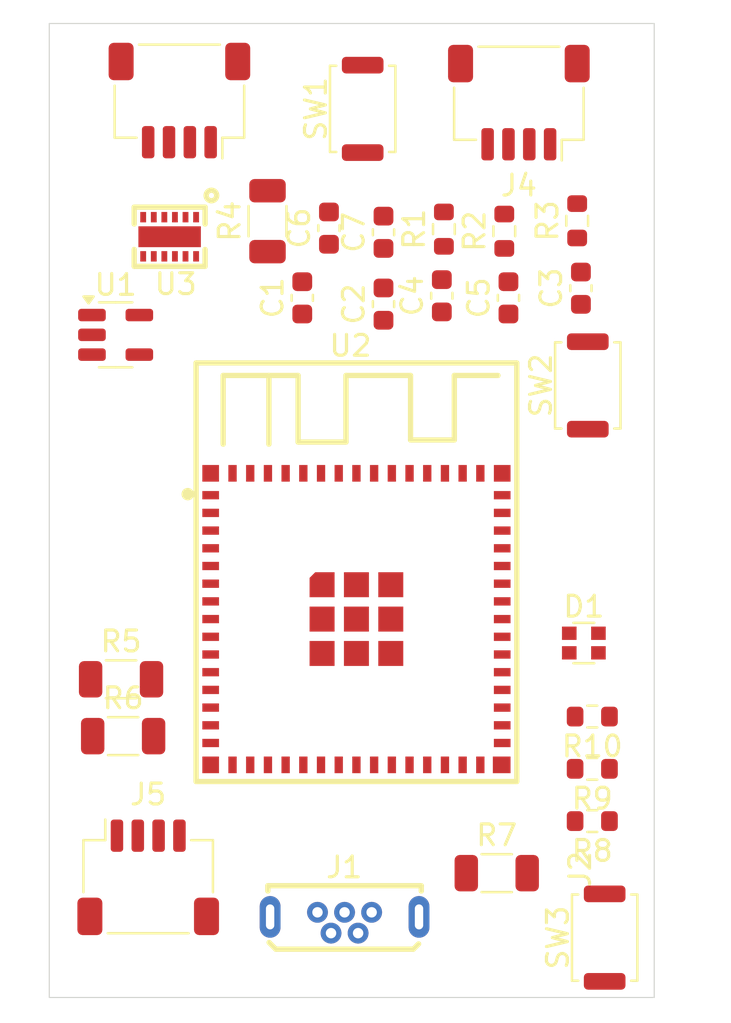
<source format=kicad_pcb>
(kicad_pcb (version 20241229) (generator "pcbnew") (generator_version "9.0")
  (layers (0 "F.Cu" signal) (2 "B.Cu" signal) (13 "F.Paste" user) (15 "B.Paste" user) (5 "F.SilkS" user "F.Silkscreen") (7 "B.SilkS" user "B.Silkscreen") (1 "F.Mask" user) (3 "B.Mask" user) (25 "Edge.Cuts" user))
  (net 0 "")
  (net 1 "GND")
  (net 2 "VBUS")
  (net 3 "+3V3")
  (net 5 "EN")
  (net 6 "Net-(J2-Pin_4)")
  (net 7 "Net-(J2-Pin_3)")
  (net 8 "Net-(J2-Pin_2)")
  (net 10 "Net-(J2-Pin_1)")
  (net 19 "RED2")
  (net 24 "BLUE2")
  (net 28 "GREEN2")
  (net 29 "DATA2")
  (net 30 "DATA1")
  (net 31 "Net-(USB1-CC2)")
  (net 34 "Net-(USB1-CC1)")
  (net 36 "IO18")
  (net 39 "IO0")
  (net 40 "MODE")
  (net 41 "D+")
  (net 43 "D-")
  (net 56 "nSLEEP")
  (net 57 "RED1")
  (net 58 "GREEN1")
  (net 59 "BLUE1")
  (net 60 "BIN1")
  (net 61 "Net-(D1-GK)")
  (net 62 "Net-(D1-RK)")
  (net 63 "Net-(D1-BK)")
  (net 64 "AIN1")
  (net 65 "AIN2")
  (net 66 "BIN2")
  (footprint "Package_TO_SOT_SMD:SOT-23-5" (layer "F.Cu") (at 125.1875 88.95)
    (property "Reference" "U1" (at 0 -2.4 0) (layer "F.SilkS"))
    (property "Value" "ME6211C33M5")
    (fp_line (start 0 -1.56) (end -0.8 -1.56) (stroke (width 0.12)) (layer "F.SilkS"))
    (fp_line (start 0 -1.56) (end 0.8 -1.56) (stroke (width 0.12)) (layer "F.SilkS"))
    (fp_line (start 0 1.56) (end -0.8 1.56) (stroke (width 0.12)) (layer "F.SilkS"))
    (fp_line (start 0 1.56) (end 0.8 1.56) (stroke (width 0.12)) (layer "F.SilkS"))
    (fp_poly (pts (xy -1.3 -1.51) (xy -1.54 -1.84) (xy -1.06 -1.84) (xy -1.3 -1.51)) (stroke (width 0.12)) (fill yes) (layer "F.SilkS"))
    (pad "1" smd roundrect (at -1.1375 -0.95) (size 1.325 0.6) (layers "F.Cu" "F.Mask" "F.Paste") (net 2 "VBUS"))
    (pad "2" smd roundrect (at -1.1375 0) (size 1.325 0.6) (layers "F.Cu" "F.Mask" "F.Paste") (net 1 "GND"))
    (pad "3" smd roundrect (at -1.1375 0.95) (size 1.325 0.6) (layers "F.Cu" "F.Mask" "F.Paste") (net 2 "VBUS"))
    (pad "4" smd roundrect (at 1.1375 0.95) (size 1.325 0.6) (layers "F.Cu" "F.Mask" "F.Paste"))
    (pad "5" smd roundrect (at 1.1375 -0.95) (size 1.325 0.6) (layers "F.Cu" "F.Mask" "F.Paste") (net 3 "+3V3"))
  )
  (footprint "esp32-s2:WIFI-SMD_ESP32-MINI-1-N4" (layer "F.Cu") (at 136.75 102.6)
    (property "Reference" "U2" (at -0.2865 -13.127 0) (layer "F.SilkS"))
    (property "Value" "ESP32-S2-MINI-2-N4")
    (fp_line (start -7.7 -12.3) (end -7.7 7.8) (stroke (width 0.254)) (layer "F.SilkS"))
    (fp_line (start -7.7 7.8) (end 7.7 7.8) (stroke (width 0.254)) (layer "F.SilkS"))
    (fp_line (start -6.4 -11.6995) (end -2.801 -11.6995) (stroke (width 0.254)) (layer "F.SilkS"))
    (fp_line (start -6.4 -8.4) (end -6.4 -11.6995) (stroke (width 0.254)) (layer "F.SilkS"))
    (fp_line (start -4.2025 -11.6995) (end -4.2025 -8.4) (stroke (width 0.254)) (layer "F.SilkS"))
    (fp_line (start -2.801 -11.6995) (end -2.801 -8.5015) (stroke (width 0.254)) (layer "F.SilkS"))
    (fp_line (start -2.801 -8.5015) (end -0.502 -8.5015) (stroke (width 0.254)) (layer "F.SilkS"))
    (fp_line (start -0.502 -11.6995) (end 2.599 -11.6995) (stroke (width 0.254)) (layer "F.SilkS"))
    (fp_line (start -0.502 -8.5015) (end -0.502 -11.6995) (stroke (width 0.254)) (layer "F.SilkS"))
    (fp_line (start 2.599 -11.6995) (end 2.599 -8.6005) (stroke (width 0.254)) (layer "F.SilkS"))
    (fp_line (start 2.599 -8.6005) (end 4.6995 -8.6005) (stroke (width 0.254)) (layer "F.SilkS"))
    (fp_line (start 4.6995 -11.6995) (end 6.798 -11.6995) (stroke (width 0.254)) (layer "F.SilkS"))
    (fp_line (start 4.6995 -8.6005) (end 4.6995 -11.6995) (stroke (width 0.254)) (layer "F.SilkS"))
    (fp_line (start 7.7 -12.3) (end -7.7 -12.3) (stroke (width 0.254)) (layer "F.SilkS"))
    (fp_line (start 7.7 7.8) (end 7.7 -12.3) (stroke (width 0.254)) (layer "F.SilkS"))
    (fp_circle (center -8.1 -6) (end -7.95 -6) (stroke (width 0.3)) (fill no) (layer "F.SilkS"))
    (pad "1" smd rect (at -7 -5.95 90) (size 0.4 0.8) (layers "F.Cu" "F.Mask" "F.Paste") (net 1 "GND"))
    (pad "2" smd rect (at -7 -5.1 90) (size 0.4 0.8) (layers "F.Cu" "F.Mask" "F.Paste") (net 1 "GND"))
    (pad "3" smd rect (at -7 -4.25 90) (size 0.4 0.8) (layers "F.Cu" "F.Mask" "F.Paste") (net 3 "+3V3"))
    (pad "4" smd rect (at -7 -3.4 90) (size 0.4 0.8) (layers "F.Cu" "F.Mask" "F.Paste") (net 39 "IO0"))
    (pad "5" smd rect (at -7 -2.55 90) (size 0.4 0.8) (layers "F.Cu" "F.Mask" "F.Paste"))
    (pad "6" smd rect (at -7 -1.7 90) (size 0.4 0.8) (layers "F.Cu" "F.Mask" "F.Paste"))
    (pad "7" smd rect (at -7 -0.85 90) (size 0.4 0.8) (layers "F.Cu" "F.Mask" "F.Paste"))
    (pad "8" smd rect (at -7 -0.0005 90) (size 0.4 0.8) (layers "F.Cu" "F.Mask" "F.Paste"))
    (pad "9" smd rect (at -7 0.85 90) (size 0.4 0.8) (layers "F.Cu" "F.Mask" "F.Paste"))
    (pad "10" smd rect (at -7 1.7 90) (size 0.4 0.8) (layers "F.Cu" "F.Mask" "F.Paste"))
    (pad "11" smd rect (at -7 2.5495 90) (size 0.4 0.8) (layers "F.Cu" "F.Mask" "F.Paste"))
    (pad "12" smd rect (at -7 3.4 90) (size 0.4 0.8) (layers "F.Cu" "F.Mask" "F.Paste"))
    (pad "13" smd rect (at -7 4.2495 90) (size 0.4 0.8) (layers "F.Cu" "F.Mask" "F.Paste"))
    (pad "14" smd rect (at -7 5.1 90) (size 0.4 0.8) (layers "F.Cu" "F.Mask" "F.Paste"))
    (pad "15" smd rect (at -7 5.9495 90) (size 0.4 0.8) (layers "F.Cu" "F.Mask" "F.Paste"))
    (pad "16" smd rect (at -5.95 7) (size 0.4 0.8) (layers "F.Cu" "F.Mask" "F.Paste"))
    (pad "17" smd rect (at -5.1 7) (size 0.4 0.8) (layers "F.Cu" "F.Mask" "F.Paste"))
    (pad "18" smd rect (at -4.25 7) (size 0.4 0.8) (layers "F.Cu" "F.Mask" "F.Paste"))
    (pad "19" smd rect (at -3.4 7) (size 0.4 0.8) (layers "F.Cu" "F.Mask" "F.Paste"))
    (pad "20" smd rect (at -2.55 7) (size 0.4 0.8) (layers "F.Cu" "F.Mask" "F.Paste"))
    (pad "21" smd rect (at -1.7005 7) (size 0.4 0.8) (layers "F.Cu" "F.Mask" "F.Paste"))
    (pad "22" smd rect (at -0.85 7) (size 0.4 0.8) (layers "F.Cu" "F.Mask" "F.Paste") (net 36 "IO18"))
    (pad "23" smd rect (at -0.0005 7) (size 0.4 0.8) (layers "F.Cu" "F.Mask" "F.Paste") (net 43 "D-"))
    (pad "24" smd rect (at 0.85 7) (size 0.4 0.8) (layers "F.Cu" "F.Mask" "F.Paste") (net 41 "D+"))
    (pad "25" smd rect (at 1.7 7) (size 0.4 0.8) (layers "F.Cu" "F.Mask" "F.Paste"))
    (pad "26" smd rect (at 2.5495 7) (size 0.4 0.8) (layers "F.Cu" "F.Mask" "F.Paste"))
    (pad "27" smd rect (at 3.4 7) (size 0.4 0.8) (layers "F.Cu" "F.Mask" "F.Paste"))
    (pad "28" smd rect (at 4.2495 7) (size 0.4 0.8) (layers "F.Cu" "F.Mask" "F.Paste"))
    (pad "29" smd rect (at 5.1 7) (size 0.4 0.8) (layers "F.Cu" "F.Mask" "F.Paste"))
    (pad "30" smd rect (at 5.9495 7) (size 0.4 0.8) (layers "F.Cu" "F.Mask" "F.Paste") (net 1 "GND"))
    (pad "31" smd rect (at 7 5.95 270) (size 0.4 0.8) (layers "F.Cu" "F.Mask" "F.Paste"))
    (pad "32" smd rect (at 7 5.1 270) (size 0.4 0.8) (layers "F.Cu" "F.Mask" "F.Paste"))
    (pad "33" smd rect (at 7 4.25 270) (size 0.4 0.8) (layers "F.Cu" "F.Mask" "F.Paste"))
    (pad "34" smd rect (at 7 3.4 270) (size 0.4 0.8) (layers "F.Cu" "F.Mask" "F.Paste"))
    (pad "35" smd rect (at 7 2.55 270) (size 0.4 0.8) (layers "F.Cu" "F.Mask" "F.Paste"))
    (pad "36" smd rect (at 7 1.7 270) (size 0.4 0.8) (layers "F.Cu" "F.Mask" "F.Paste"))
    (pad "37" smd rect (at 7 0.85 270) (size 0.4 0.8) (layers "F.Cu" "F.Mask" "F.Paste"))
    (pad "38" smd rect (at 7 0.0005 270) (size 0.4 0.8) (layers "F.Cu" "F.Mask" "F.Paste"))
    (pad "39" smd rect (at 7 -0.85 270) (size 0.4 0.8) (layers "F.Cu" "F.Mask" "F.Paste"))
    (pad "40" smd rect (at 7 -1.7 270) (size 0.4 0.8) (layers "F.Cu" "F.Mask" "F.Paste"))
    (pad "41" smd rect (at 7 -2.5495 270) (size 0.4 0.8) (layers "F.Cu" "F.Mask" "F.Paste"))
    (pad "42" smd rect (at 7 -3.4 270) (size 0.4 0.8) (layers "F.Cu" "F.Mask" "F.Paste") (net 1 "GND"))
    (pad "43" smd rect (at 7 -4.2495 270) (size 0.4 0.8) (layers "F.Cu" "F.Mask" "F.Paste") (net 1 "GND"))
    (pad "44" smd rect (at 7 -5.1 270) (size 0.4 0.8) (layers "F.Cu" "F.Mask" "F.Paste"))
    (pad "45" smd rect (at 7 -5.9495 270) (size 0.4 0.8) (layers "F.Cu" "F.Mask" "F.Paste") (net 5 "EN"))
    (pad "46" smd rect (at 5.95 -7 180) (size 0.4 0.8) (layers "F.Cu" "F.Mask" "F.Paste") (net 1 "GND"))
    (pad "47" smd rect (at 5.1 -7 180) (size 0.4 0.8) (layers "F.Cu" "F.Mask" "F.Paste") (net 1 "GND"))
    (pad "48" smd rect (at 4.25 -7 180) (size 0.4 0.8) (layers "F.Cu" "F.Mask" "F.Paste") (net 1 "GND"))
    (pad "49" smd rect (at 3.4 -7 180) (size 0.4 0.8) (layers "F.Cu" "F.Mask" "F.Paste") (net 1 "GND"))
    (pad "50" smd rect (at 2.55 -7 180) (size 0.4 0.8) (layers "F.Cu" "F.Mask" "F.Paste") (net 1 "GND"))
    (pad "51" smd rect (at 1.7 -7 180) (size 0.4 0.8) (layers "F.Cu" "F.Mask" "F.Paste") (net 1 "GND"))
    (pad "52" smd rect (at 0.85 -7 180) (size 0.4 0.8) (layers "F.Cu" "F.Mask" "F.Paste") (net 1 "GND"))
    (pad "53" smd rect (at 0 -7 180) (size 0.4 0.8) (layers "F.Cu" "F.Mask" "F.Paste") (net 1 "GND"))
    (pad "54" smd rect (at -0.85 -7 180) (size 0.4 0.8) (layers "F.Cu" "F.Mask" "F.Paste") (net 1 "GND"))
    (pad "55" smd rect (at -1.7 -7 180) (size 0.4 0.8) (layers "F.Cu" "F.Mask" "F.Paste") (net 1 "GND"))
    (pad "56" smd rect (at -2.55 -7 180) (size 0.4 0.8) (layers "F.Cu" "F.Mask" "F.Paste") (net 1 "GND"))
    (pad "57" smd rect (at -3.4 -7 180) (size 0.4 0.8) (layers "F.Cu" "F.Mask" "F.Paste") (net 1 "GND"))
    (pad "58" smd rect (at -4.25 -7 180) (size 0.4 0.8) (layers "F.Cu" "F.Mask" "F.Paste") (net 1 "GND"))
    (pad "59" smd rect (at -5.1 -7 180) (size 0.4 0.8) (layers "F.Cu" "F.Mask" "F.Paste") (net 1 "GND"))
    (pad "60" smd rect (at -5.95 -7 180) (size 0.4 0.8) (layers "F.Cu" "F.Mask" "F.Paste") (net 1 "GND"))
    (pad "61" smd custom (at -1.65 -1.515 90) (size 0.93 1.2) (layers "F.Cu" "F.Mask" "F.Paste") (net 1 "GND") (options (clearance outline) (anchor rect)) (primitives (gr_poly (pts (xy 0.465 -0.6) (xy -0.465 -0.6) (xy -0.465 0.6) (xy 0.735 0.6) (xy 0.735 -0.33)) (width 0) (fill yes))))
    (pad "61" smd rect (at -1.65 0 90) (size 1.2 1.2) (layers "F.Cu" "F.Mask" "F.Paste") (net 1 "GND"))
    (pad "61" smd rect (at -1.65 1.65 90) (size 1.2 1.2) (layers "F.Cu" "F.Mask" "F.Paste") (net 1 "GND"))
    (pad "61" smd rect (at 0 -1.65 90) (size 1.2 1.2) (layers "F.Cu" "F.Mask" "F.Paste") (net 1 "GND"))
    (pad "61" smd rect (at 0 0 90) (size 1.2 1.2) (layers "F.Cu" "F.Mask" "F.Paste") (net 1 "GND"))
    (pad "61" smd rect (at 0 1.65 90) (size 1.2 1.2) (layers "F.Cu" "F.Mask" "F.Paste") (net 1 "GND"))
    (pad "61" smd rect (at 1.6495 1.65 90) (size 1.2 1.2) (layers "F.Cu" "F.Mask" "F.Paste") (net 1 "GND"))
    (pad "61" smd rect (at 1.65 -1.65 90) (size 1.2 1.2) (layers "F.Cu" "F.Mask" "F.Paste") (net 1 "GND"))
    (pad "61" smd rect (at 1.65 0 90) (size 1.2 1.2) (layers "F.Cu" "F.Mask" "F.Paste") (net 1 "GND"))
    (pad "62" smd rect (at -7 -7 90) (size 0.8 0.8) (layers "F.Cu" "F.Mask" "F.Paste") (net 1 "GND"))
    (pad "63" smd rect (at -7 7 90) (size 0.8 0.8) (layers "F.Cu" "F.Mask" "F.Paste") (net 1 "GND"))
    (pad "64" smd rect (at 6.975 7 90) (size 0.8 0.85) (layers "F.Cu" "F.Mask" "F.Paste") (net 1 "GND"))
    (pad "65" smd rect (at 7 -7 90) (size 0.8 0.8) (layers "F.Cu" "F.Mask" "F.Paste") (net 1 "GND"))
  )
  (footprint "Resistor_SMD:R_0603_1608Metric" (layer "F.Cu") (at 147.35 83.475 90)
    (property "Reference" "R3" (at 0 -1.43 90) (layer "F.SilkS"))
    (property "Value" "10k")
    (fp_line (start -0.237258 -0.5225) (end 0.237258 -0.5225) (stroke (width 0.12)) (layer "F.SilkS"))
    (fp_line (start -0.237258 0.5225) (end 0.237258 0.5225) (stroke (width 0.12)) (layer "F.SilkS"))
    (pad "1" smd roundrect (at -0.825 0 90) (size 0.8 0.95) (layers "F.Cu" "F.Mask" "F.Paste") (net 3 "+3V3"))
    (pad "2" smd roundrect (at 0.825 0 90) (size 0.8 0.95) (layers "F.Cu" "F.Mask" "F.Paste") (net 5 "EN"))
  )
  (footprint "Connector_JST:JST_SH_SM04B-SRSS-TB_1x04-1MP_P1.00mm_Horizontal" (layer "F.Cu") (at 144.55 77.8 180)
    (property "Reference" "J4" (at 0 -3.98 0) (layer "F.SilkS"))
    (property "Value" "RGB")
    (fp_line (start 3.11 0.715) (end 3.11 -1.785) (stroke (width 0.12)) (layer "F.SilkS"))
    (fp_line (start 3.11 -1.785) (end 2.06 -1.785) (stroke (width 0.12)) (layer "F.SilkS"))
    (fp_line (start -1.94 2.685) (end 1.94 2.685) (stroke (width 0.12)) (layer "F.SilkS"))
    (fp_line (start -2.06 -1.785) (end -2.06 -2.775) (stroke (width 0.12)) (layer "F.SilkS"))
    (fp_line (start -3.11 0.715) (end -3.11 -1.785) (stroke (width 0.12)) (layer "F.SilkS"))
    (fp_line (start -3.11 -1.785) (end -2.06 -1.785) (stroke (width 0.12)) (layer "F.SilkS"))
    (pad "1" smd roundrect (at -1.5 -2 180) (size 0.6 1.55) (layers "F.Cu" "F.Mask" "F.Paste") (net 3 "+3V3"))
    (pad "2" smd roundrect (at -0.5 -2 180) (size 0.6 1.55) (layers "F.Cu" "F.Mask" "F.Paste") (net 19 "RED2"))
    (pad "3" smd roundrect (at 0.5 -2 180) (size 0.6 1.55) (layers "F.Cu" "F.Mask" "F.Paste") (net 28 "GREEN2"))
    (pad "4" smd roundrect (at 1.5 -2 180) (size 0.6 1.55) (layers "F.Cu" "F.Mask" "F.Paste") (net 24 "BLUE2"))
    (pad "MP" smd roundrect (at -2.8 1.875 180) (size 1.2 1.8) (layers "F.Cu" "F.Mask" "F.Paste") (roundrect_rratio 0.208333))
    (pad "MP" smd roundrect (at 2.8 1.875 180) (size 1.2 1.8) (layers "F.Cu" "F.Mask" "F.Paste") (roundrect_rratio 0.208333))
  )
  (footprint "Capacitor_SMD:C_0603_1608Metric" (layer "F.Cu") (at 138.05 84.025 90)
    (property "Reference" "C7" (at 0 -1.43 90) (layer "F.SilkS"))
    (property "Value" "10uF")
    (fp_line (start -0.14058 -0.51) (end 0.14058 -0.51) (stroke (width 0.12)) (layer "F.SilkS"))
    (fp_line (start -0.14058 0.51) (end 0.14058 0.51) (stroke (width 0.12)) (layer "F.SilkS"))
    (pad "1" smd roundrect (at -0.775 0 90) (size 0.9 0.95) (layers "F.Cu" "F.Mask" "F.Paste") (net 2 "VBUS"))
    (pad "2" smd roundrect (at 0.775 0 90) (size 0.9 0.95) (layers "F.Cu" "F.Mask" "F.Paste") (net 1 "GND"))
  )
  (footprint "Resistor_SMD:R_0603_1608Metric" (layer "F.Cu") (at 148.075 107.28 180)
    (property "Reference" "R10" (at 0 -1.43 0) (layer "F.SilkS"))
    (property "Value" "10k")
    (fp_line (start -0.237258 0.5225) (end 0.237258 0.5225) (stroke (width 0.12)) (layer "F.SilkS"))
    (fp_line (start -0.237258 -0.5225) (end 0.237258 -0.5225) (stroke (width 0.12)) (layer "F.SilkS"))
    (pad "1" smd roundrect (at -0.825 0 180) (size 0.8 0.95) (layers "F.Cu" "F.Mask" "F.Paste") (net 3 "+3V3"))
    (pad "2" smd roundrect (at 0.825 0 180) (size 0.8 0.95) (layers "F.Cu" "F.Mask" "F.Paste") (net 63 "Net-(D1-BK)"))
  )
  (footprint "Capacitor_SMD:C_0603_1608Metric" (layer "F.Cu") (at 144.05 87.175 90)
    (property "Reference" "C5" (at 0 -1.43 90) (layer "F.SilkS"))
    (property "Value" "1uF")
    (fp_line (start -0.14058 -0.51) (end 0.14058 -0.51) (stroke (width 0.12)) (layer "F.SilkS"))
    (fp_line (start -0.14058 0.51) (end 0.14058 0.51) (stroke (width 0.12)) (layer "F.SilkS"))
    (pad "1" smd roundrect (at -0.775 0 90) (size 0.9 0.95) (layers "F.Cu" "F.Mask" "F.Paste") (net 3 "+3V3"))
    (pad "2" smd roundrect (at 0.775 0 90) (size 0.9 0.95) (layers "F.Cu" "F.Mask" "F.Paste") (net 1 "GND"))
  )
  (footprint "Capacitor_SMD:C_0603_1608Metric" (layer "F.Cu") (at 140.85 87.075 90)
    (property "Reference" "C4" (at 0 -1.43 90) (layer "F.SilkS"))
    (property "Value" "22uF")
    (fp_line (start -0.14058 -0.51) (end 0.14058 -0.51) (stroke (width 0.12)) (layer "F.SilkS"))
    (fp_line (start -0.14058 0.51) (end 0.14058 0.51) (stroke (width 0.12)) (layer "F.SilkS"))
    (pad "1" smd roundrect (at -0.775 0 90) (size 0.9 0.95) (layers "F.Cu" "F.Mask" "F.Paste") (net 3 "+3V3"))
    (pad "2" smd roundrect (at 0.775 0 90) (size 0.9 0.95) (layers "F.Cu" "F.Mask" "F.Paste") (net 1 "GND"))
  )
  (footprint "Button_Switch_SMD:SW_Push_SPST_NO_Alps_SKRK" (layer "F.Cu") (at 147.86 91.38 90)
    (property "Reference" "SW2" (at 0 -2.25 90) (layer "F.SilkS"))
    (property "Value" "BOOT")
    (fp_line (start 2.07 -1.57) (end 2.07 -1.27) (stroke (width 0.12)) (layer "F.SilkS"))
    (fp_line (start -2.07 -1.57) (end 2.07 -1.57) (stroke (width 0.12)) (layer "F.SilkS"))
    (fp_line (start -2.07 -1.27) (end -2.07 -1.57) (stroke (width 0.12)) (layer "F.SilkS"))
    (fp_line (start 2.07 1.27) (end 2.07 1.57) (stroke (width 0.12)) (layer "F.SilkS"))
    (fp_line (start 2.07 1.57) (end -2.07 1.57) (stroke (width 0.12)) (layer "F.SilkS"))
    (fp_line (start -2.07 1.57) (end -2.07 1.27) (stroke (width 0.12)) (layer "F.SilkS"))
    (pad "1" smd roundrect (at -2.1 0 90) (size 0.8 2) (layers "F.Cu" "F.Mask" "F.Paste") (net 39 "IO0"))
    (pad "2" smd roundrect (at 2.1 0 90) (size 0.8 2) (layers "F.Cu" "F.Mask" "F.Paste") (net 1 "GND"))
  )
  (footprint "Capacitor_SMD:C_0603_1608Metric" (layer "F.Cu") (at 134.15 87.175 90)
    (property "Reference" "C1" (at 0 -1.43 90) (layer "F.SilkS"))
    (property "Value" "10uF")
    (fp_line (start -0.14058 -0.51) (end 0.14058 -0.51) (stroke (width 0.12)) (layer "F.SilkS"))
    (fp_line (start -0.14058 0.51) (end 0.14058 0.51) (stroke (width 0.12)) (layer "F.SilkS"))
    (pad "1" smd roundrect (at -0.775 0 90) (size 0.9 0.95) (layers "F.Cu" "F.Mask" "F.Paste") (net 2 "VBUS"))
    (pad "2" smd roundrect (at 0.775 0 90) (size 0.9 0.95) (layers "F.Cu" "F.Mask" "F.Paste") (net 1 "GND"))
  )
  (footprint "Resistor_SMD:R_Array_Convex_2x0606" (layer "F.Cu") (at 147.67 103.75)
    (property "Reference" "D1" (at 0 -1.75 0) (layer "F.SilkS"))
    (property "Value" "XL-1615RGBC-RF")
    (fp_line (start 0.5 -0.97) (end -0.5 -0.97) (stroke (width 0.12)) (layer "F.SilkS"))
    (fp_line (start 0.5 0.97) (end -0.5 0.97) (stroke (width 0.12)) (layer "F.SilkS"))
    (pad "1" smd rect (at -0.7 -0.47) (size 0.7 0.64) (layers "F.Cu" "F.Mask" "F.Paste") (net 62 "Net-(D1-RK)"))
    (pad "2" smd rect (at -0.7 0.47) (size 0.7 0.64) (layers "F.Cu" "F.Mask" "F.Paste") (net 3 "+3V3"))
    (pad "3" smd rect (at 0.7 0.47) (size 0.7 0.64) (layers "F.Cu" "F.Mask" "F.Paste") (net 63 "Net-(D1-BK)"))
    (pad "4" smd rect (at 0.7 -0.47) (size 0.7 0.64) (layers "F.Cu" "F.Mask" "F.Paste") (net 61 "Net-(D1-GK)"))
  )
  (footprint "8836:DRV8836" (layer "F.Cu") (at 127.78 84.24 180)
    (property "Reference" "U3" (at -0.294217 -2.2745 0) (layer "F.SilkS"))
    (property "Value" "DRV8836")
    (fp_line (start 1.702 0.61) (end 1.702 1.4225) (stroke (width 0.254)) (layer "F.SilkS"))
    (fp_line (start 1.702 -1.422) (end 1.702 -0.61) (stroke (width 0.254)) (layer "F.SilkS"))
    (fp_line (start 1.702 -1.422) (end -1.702 -1.422) (stroke (width 0.254)) (layer "F.SilkS"))
    (fp_line (start -1.702 1.4225) (end 1.702 1.4225) (stroke (width 0.254)) (layer "F.SilkS"))
    (fp_line (start -1.702 0.6105) (end -1.702 1.4225) (stroke (width 0.254)) (layer "F.SilkS"))
    (fp_line (start -1.702 -1.422) (end -1.702 -0.6105) (stroke (width 0.254)) (layer "F.SilkS"))
    (fp_circle (center -2.0065 1.981) (end -1.7525 1.981) (stroke (width 0.254)) (fill no) (layer "F.SilkS"))
    (pad "1" smd rect (at -1.27 0.94 180) (size 0.2795 0.5005) (layers "F.Cu" "F.Mask" "F.Paste") (net 2 "VBUS"))
    (pad "2" smd rect (at -0.762 0.94 180) (size 0.2795 0.5005) (layers "F.Cu" "F.Mask" "F.Paste") (net 10 "Net-(J2-Pin_1)"))
    (pad "3" smd rect (at -0.254 0.94 180) (size 0.2795 0.5005) (layers "F.Cu" "F.Mask" "F.Paste") (net 8 "Net-(J2-Pin_2)"))
    (pad "4" smd rect (at 0.254 0.94 180) (size 0.2795 0.5005) (layers "F.Cu" "F.Mask" "F.Paste") (net 7 "Net-(J2-Pin_3)"))
    (pad "5" smd rect (at 0.762 0.94 180) (size 0.2795 0.5005) (layers "F.Cu" "F.Mask" "F.Paste") (net 6 "Net-(J2-Pin_4)"))
    (pad "6" smd rect (at 1.27 0.94 180) (size 0.2795 0.5005) (layers "F.Cu" "F.Mask" "F.Paste") (net 1 "GND"))
    (pad "7" smd rect (at 1.27 -0.94 180) (size 0.2795 0.5005) (layers "F.Cu" "F.Mask" "F.Paste") (net 66 "BIN2"))
    (pad "8" smd rect (at 0.762 -0.94 180) (size 0.2795 0.5005) (layers "F.Cu" "F.Mask" "F.Paste") (net 60 "BIN1"))
    (pad "9" smd rect (at 0.254 -0.94 180) (size 0.2795 0.5005) (layers "F.Cu" "F.Mask" "F.Paste") (net 65 "AIN2"))
    (pad "10" smd rect (at -0.254 -0.94 180) (size 0.2795 0.5005) (layers "F.Cu" "F.Mask" "F.Paste") (net 64 "AIN1"))
    (pad "11" smd rect (at -0.762 -0.94 180) (size 0.2795 0.5005) (layers "F.Cu" "F.Mask" "F.Paste") (net 1 "GND"))
    (pad "12" smd rect (at -1.27 -0.94 180) (size 0.2795 0.5005) (layers "F.Cu" "F.Mask" "F.Paste") (net 56 "nSLEEP"))
    (pad "13" smd rect (at 0 0 180) (size 3 1.001) (layers "F.Cu" "F.Mask" "F.Paste") (net 1 "GND"))
  )
  (footprint "Resistor_SMD:R_1206_3216Metric" (layer "F.Cu") (at 125.5475 108.22)
    (property "Reference" "R6" (at 0 -1.82 0) (layer "F.SilkS"))
    (property "Value" "R")
    (fp_line (start -0.727064 -0.91) (end 0.727064 -0.91) (stroke (width 0.12)) (layer "F.SilkS"))
    (fp_line (start -0.727064 0.91) (end 0.727064 0.91) (stroke (width 0.12)) (layer "F.SilkS"))
    (pad "1" smd roundrect (at -1.4625 0) (size 1.125 1.75) (layers "F.Cu" "F.Mask" "F.Paste") (roundrect_rratio 0.222222) (net 58 "GREEN1"))
    (pad "2" smd roundrect (at 1.4625 0) (size 1.125 1.75) (layers "F.Cu" "F.Mask" "F.Paste") (roundrect_rratio 0.222222) (net 61 "Net-(D1-GK)"))
  )
  (footprint "Button_Switch_SMD:SW_Push_SPST_NO_Alps_SKRK" (layer "F.Cu") (at 148.67 117.895 90)
    (property "Reference" "SW3" (at 0 -2.25 90) (layer "F.SilkS"))
    (property "Value" "MODE")
    (fp_line (start 2.07 -1.57) (end 2.07 -1.27) (stroke (width 0.12)) (layer "F.SilkS"))
    (fp_line (start -2.07 -1.57) (end 2.07 -1.57) (stroke (width 0.12)) (layer "F.SilkS"))
    (fp_line (start -2.07 -1.27) (end -2.07 -1.57) (stroke (width 0.12)) (layer "F.SilkS"))
    (fp_line (start 2.07 1.27) (end 2.07 1.57) (stroke (width 0.12)) (layer "F.SilkS"))
    (fp_line (start 2.07 1.57) (end -2.07 1.57) (stroke (width 0.12)) (layer "F.SilkS"))
    (fp_line (start -2.07 1.57) (end -2.07 1.27) (stroke (width 0.12)) (layer "F.SilkS"))
    (pad "1" smd roundrect (at -2.1 0 90) (size 0.8 2) (layers "F.Cu" "F.Mask" "F.Paste") (net 40 "MODE"))
    (pad "2" smd roundrect (at 2.1 0 90) (size 0.8 2) (layers "F.Cu" "F.Mask" "F.Paste") (net 1 "GND"))
  )
  (footprint "Connector_JST:JST_SH_SM04B-SRSS-TB_1x04-1MP_P1.00mm_Horizontal" (layer "F.Cu") (at 126.75 115)
    (property "Reference" "J5" (at 0 -3.98 0) (layer "F.SilkS"))
    (property "Value" "THERMO")
    (fp_line (start -3.11 -1.785) (end -2.06 -1.785) (stroke (width 0.12)) (layer "F.SilkS"))
    (fp_line (start -3.11 0.715) (end -3.11 -1.785) (stroke (width 0.12)) (layer "F.SilkS"))
    (fp_line (start -2.06 -1.785) (end -2.06 -2.775) (stroke (width 0.12)) (layer "F.SilkS"))
    (fp_line (start -1.94 2.685) (end 1.94 2.685) (stroke (width 0.12)) (layer "F.SilkS"))
    (fp_line (start 3.11 -1.785) (end 2.06 -1.785) (stroke (width 0.12)) (layer "F.SilkS"))
    (fp_line (start 3.11 0.715) (end 3.11 -1.785) (stroke (width 0.12)) (layer "F.SilkS"))
    (pad "1" smd roundrect (at -1.5 -2) (size 0.6 1.55) (layers "F.Cu" "F.Mask" "F.Paste") (net 1 "GND"))
    (pad "2" smd roundrect (at -0.5 -2) (size 0.6 1.55) (layers "F.Cu" "F.Mask" "F.Paste") (net 29 "DATA2"))
    (pad "3" smd roundrect (at 0.5 -2) (size 0.6 1.55) (layers "F.Cu" "F.Mask" "F.Paste") (net 30 "DATA1"))
    (pad "4" smd roundrect (at 1.5 -2) (size 0.6 1.55) (layers "F.Cu" "F.Mask" "F.Paste") (net 3 "+3V3"))
    (pad "MP" smd roundrect (at -2.8 1.875) (size 1.2 1.8) (layers "F.Cu" "F.Mask" "F.Paste") (roundrect_rratio 0.208333))
    (pad "MP" smd roundrect (at 2.8 1.875) (size 1.2 1.8) (layers "F.Cu" "F.Mask" "F.Paste") (roundrect_rratio 0.208333))
  )
  (footprint "Capacitor_SMD:C_0603_1608Metric" (layer "F.Cu") (at 138.05 87.475 90)
    (property "Reference" "C2" (at 0 -1.43 90) (layer "F.SilkS"))
    (property "Value" "10uF")
    (fp_line (start -0.14058 -0.51) (end 0.14058 -0.51) (stroke (width 0.12)) (layer "F.SilkS"))
    (fp_line (start -0.14058 0.51) (end 0.14058 0.51) (stroke (width 0.12)) (layer "F.SilkS"))
    (pad "1" smd roundrect (at -0.775 0 90) (size 0.9 0.95) (layers "F.Cu" "F.Mask" "F.Paste") (net 3 "+3V3"))
    (pad "2" smd roundrect (at 0.775 0 90) (size 0.9 0.95) (layers "F.Cu" "F.Mask" "F.Paste") (net 1 "GND"))
  )
  (footprint "Resistor_SMD:R_0603_1608Metric" (layer "F.Cu") (at 148.075 112.3 180)
    (property "Reference" "R8" (at 0 -1.43 0) (layer "F.SilkS"))
    (property "Value" "10k")
    (fp_line (start -0.237258 0.5225) (end 0.237258 0.5225) (stroke (width 0.12)) (layer "F.SilkS"))
    (fp_line (start -0.237258 -0.5225) (end 0.237258 -0.5225) (stroke (width 0.12)) (layer "F.SilkS"))
    (pad "1" smd roundrect (at -0.825 0 180) (size 0.8 0.95) (layers "F.Cu" "F.Mask" "F.Paste") (net 3 "+3V3"))
    (pad "2" smd roundrect (at 0.825 0 180) (size 0.8 0.95) (layers "F.Cu" "F.Mask" "F.Paste") (net 62 "Net-(D1-RK)"))
  )
  (footprint "Resistor_SMD:R_0603_1608Metric" (layer "F.Cu") (at 148.075 109.79 180)
    (property "Reference" "R9" (at 0 -1.43 0) (layer "F.SilkS"))
    (property "Value" "10k")
    (fp_line (start -0.237258 0.5225) (end 0.237258 0.5225) (stroke (width 0.12)) (layer "F.SilkS"))
    (fp_line (start -0.237258 -0.5225) (end 0.237258 -0.5225) (stroke (width 0.12)) (layer "F.SilkS"))
    (pad "1" smd roundrect (at -0.825 0 180) (size 0.8 0.95) (layers "F.Cu" "F.Mask" "F.Paste") (net 3 "+3V3"))
    (pad "2" smd roundrect (at 0.825 0 180) (size 0.8 0.95) (layers "F.Cu" "F.Mask" "F.Paste") (net 61 "Net-(D1-GK)"))
  )
  (footprint "Capacitor_SMD:C_0603_1608Metric" (layer "F.Cu") (at 135.43 83.825 90)
    (property "Reference" "C6" (at 0 -1.43 90) (layer "F.SilkS"))
    (property "Value" "100nF")
    (fp_line (start -0.14058 -0.51) (end 0.14058 -0.51) (stroke (width 0.12)) (layer "F.SilkS"))
    (fp_line (start -0.14058 0.51) (end 0.14058 0.51) (stroke (width 0.12)) (layer "F.SilkS"))
    (pad "1" smd roundrect (at -0.775 0 90) (size 0.9 0.95) (layers "F.Cu" "F.Mask" "F.Paste") (net 5 "EN"))
    (pad "2" smd roundrect (at 0.775 0 90) (size 0.9 0.95) (layers "F.Cu" "F.Mask" "F.Paste") (net 1 "GND"))
  )
  (footprint "Capacitor_SMD:C_0603_1608Metric" (layer "F.Cu") (at 147.53 86.71 90)
    (property "Reference" "C3" (at 0 -1.43 90) (layer "F.SilkS"))
    (property "Value" "100nF")
    (fp_line (start -0.14058 -0.51) (end 0.14058 -0.51) (stroke (width 0.12)) (layer "F.SilkS"))
    (fp_line (start -0.14058 0.51) (end 0.14058 0.51) (stroke (width 0.12)) (layer "F.SilkS"))
    (pad "1" smd roundrect (at -0.775 0 90) (size 0.9 0.95) (layers "F.Cu" "F.Mask" "F.Paste") (net 3 "+3V3"))
    (pad "2" smd roundrect (at 0.775 0 90) (size 0.9 0.95) (layers "F.Cu" "F.Mask" "F.Paste") (net 1 "GND"))
  )
  (footprint "Resistor_SMD:R_1206_3216Metric" (layer "F.Cu") (at 132.48 83.4925 90)
    (property "Reference" "R4" (at 0 -1.82 90) (layer "F.SilkS"))
    (property "Value" "10k")
    (fp_line (start -0.727064 -0.91) (end 0.727064 -0.91) (stroke (width 0.12)) (layer "F.SilkS"))
    (fp_line (start -0.727064 0.91) (end 0.727064 0.91) (stroke (width 0.12)) (layer "F.SilkS"))
    (pad "1" smd roundrect (at -1.4625 0 90) (size 1.125 1.75) (layers "F.Cu" "F.Mask" "F.Paste") (roundrect_rratio 0.222222) (net 36 "IO18"))
    (pad "2" smd roundrect (at 1.4625 0 90) (size 1.125 1.75) (layers "F.Cu" "F.Mask" "F.Paste") (roundrect_rratio 0.222222) (net 3 "+3V3"))
  )
  (footprint "Connector_JST:JST_SH_SM04B-SRSS-TB_1x04-1MP_P1.00mm_Horizontal" (layer "F.Cu") (at 128.25 77.7 180)
    (property "Reference" "J2" (at -19.24 -36.91 90) (layer "F.SilkS"))
    (property "Value" "MOTOR")
    (fp_line (start 3.11 0.715) (end 3.11 -1.785) (stroke (width 0.12)) (layer "F.SilkS"))
    (fp_line (start 3.11 -1.785) (end 2.06 -1.785) (stroke (width 0.12)) (layer "F.SilkS"))
    (fp_line (start -1.94 2.685) (end 1.94 2.685) (stroke (width 0.12)) (layer "F.SilkS"))
    (fp_line (start -2.06 -1.785) (end -2.06 -2.775) (stroke (width 0.12)) (layer "F.SilkS"))
    (fp_line (start -3.11 0.715) (end -3.11 -1.785) (stroke (width 0.12)) (layer "F.SilkS"))
    (fp_line (start -3.11 -1.785) (end -2.06 -1.785) (stroke (width 0.12)) (layer "F.SilkS"))
    (pad "1" smd roundrect (at -1.5 -2 180) (size 0.6 1.55) (layers "F.Cu" "F.Mask" "F.Paste") (net 10 "Net-(J2-Pin_1)"))
    (pad "2" smd roundrect (at -0.5 -2 180) (size 0.6 1.55) (layers "F.Cu" "F.Mask" "F.Paste") (net 8 "Net-(J2-Pin_2)"))
    (pad "3" smd roundrect (at 0.5 -2 180) (size 0.6 1.55) (layers "F.Cu" "F.Mask" "F.Paste") (net 7 "Net-(J2-Pin_3)"))
    (pad "4" smd roundrect (at 1.5 -2 180) (size 0.6 1.55) (layers "F.Cu" "F.Mask" "F.Paste") (net 6 "Net-(J2-Pin_4)"))
    (pad "MP" smd roundrect (at -2.8 1.875 180) (size 1.2 1.8) (layers "F.Cu" "F.Mask" "F.Paste") (roundrect_rratio 0.208333))
    (pad "MP" smd roundrect (at 2.8 1.875 180) (size 1.2 1.8) (layers "F.Cu" "F.Mask" "F.Paste") (roundrect_rratio 0.208333))
  )
  (footprint "Resistor_SMD:R_0603_1608Metric" (layer "F.Cu") (at 143.85 83.975 90)
    (property "Reference" "R2" (at 0 -1.43 90) (layer "F.SilkS"))
    (property "Value" "5.1k")
    (fp_line (start -0.237258 -0.5225) (end 0.237258 -0.5225) (stroke (width 0.12)) (layer "F.SilkS"))
    (fp_line (start -0.237258 0.5225) (end 0.237258 0.5225) (stroke (width 0.12)) (layer "F.SilkS"))
    (pad "1" smd roundrect (at -0.825 0 90) (size 0.8 0.95) (layers "F.Cu" "F.Mask" "F.Paste") (net 34 "Net-(USB1-CC1)"))
    (pad "2" smd roundrect (at 0.825 0 90) (size 0.8 0.95) (layers "F.Cu" "F.Mask" "F.Paste") (net 1 "GND"))
  )
  (footprint "Resistor_SMD:R_0603_1608Metric" (layer "F.Cu") (at 140.95 83.875 90)
    (property "Reference" "R1" (at 0 -1.43 90) (layer "F.SilkS"))
    (property "Value" "5.1k")
    (fp_line (start -0.237258 -0.5225) (end 0.237258 -0.5225) (stroke (width 0.12)) (layer "F.SilkS"))
    (fp_line (start -0.237258 0.5225) (end 0.237258 0.5225) (stroke (width 0.12)) (layer "F.SilkS"))
    (pad "1" smd roundrect (at -0.825 0 90) (size 0.8 0.95) (layers "F.Cu" "F.Mask" "F.Paste") (net 31 "Net-(USB1-CC2)"))
    (pad "2" smd roundrect (at 0.825 0 90) (size 0.8 0.95) (layers "F.Cu" "F.Mask" "F.Paste") (net 1 "GND"))
  )
  (footprint "Resistor_SMD:R_1206_3216Metric" (layer "F.Cu") (at 143.4875 114.8)
    (property "Reference" "R7" (at 0 -1.82 0) (layer "F.SilkS"))
    (property "Value" "R")
    (fp_line (start -0.727064 -0.91) (end 0.727064 -0.91) (stroke (width 0.12)) (layer "F.SilkS"))
    (fp_line (start -0.727064 0.91) (end 0.727064 0.91) (stroke (width 0.12)) (layer "F.SilkS"))
    (pad "1" smd roundrect (at -1.4625 0) (size 1.125 1.75) (layers "F.Cu" "F.Mask" "F.Paste") (roundrect_rratio 0.222222) (net 59 "BLUE1"))
    (pad "2" smd roundrect (at 1.4625 0) (size 1.125 1.75) (layers "F.Cu" "F.Mask" "F.Paste") (roundrect_rratio 0.222222) (net 63 "Net-(D1-BK)"))
  )
  (footprint "usb-c:MICRO-USB-TH_U-MICRS05P-BF00" (layer "F.Cu") (at 136.18 117.18)
    (property "Reference" "J1" (at -0.014967 -2.660433 0) (layer "F.SilkS"))
    (property "Value" "USB_B_Micro")
    (fp_line (start -3.683 -1.778) (end 3.683 -1.778) (stroke (width 0.254)) (layer "F.SilkS"))
    (fp_line (start -3.683 -1.524) (end -3.683 -1.778) (stroke (width 0.254)) (layer "F.SilkS"))
    (fp_line (start -3.6235 0.9485) (end -3.302 1.27) (stroke (width 0.254)) (layer "F.SilkS"))
    (fp_line (start -3.302 1.27) (end 3.302 1.27) (stroke (width 0.254)) (layer "F.SilkS"))
    (fp_line (start 3.302 1.27) (end 3.556 1.016) (stroke (width 0.254)) (layer "F.SilkS"))
    (fp_line (start 3.683 -1.778) (end 3.683 -1.524) (stroke (width 0.254)) (layer "F.SilkS"))
    (pad "1" thru_hole circle (at -1.3 -0.5) (size 1 1) (drill 0.5) (layers "*.Cu" "*.Mask") (net 2 "VBUS"))
    (pad "2" thru_hole circle (at -0.65 0.5) (size 1 1) (drill 0.5) (layers "*.Cu" "*.Mask") (net 43 "D-"))
    (pad "3" thru_hole circle (at 0 -0.5) (size 1 1) (drill 0.5) (layers "*.Cu" "*.Mask") (net 41 "D+"))
    (pad "4" thru_hole circle (at 0.65 0.5) (size 1 1) (drill 0.5) (layers "*.Cu" "*.Mask"))
    (pad "5" thru_hole circle (at 1.3 -0.5) (size 1 1) (drill 0.5) (layers "*.Cu" "*.Mask") (net 1 "GND"))
    (pad "6" thru_hole oval (at -3.575 -0.28 90) (size 2 1) (drill oval 1.2 0.4) (layers "*.Cu" "*.Mask") (net 1 "GND"))
    (pad "6" thru_hole oval (at 3.575 -0.28 90) (size 2 1) (drill oval 1.2 0.4) (layers "*.Cu" "*.Mask") (net 1 "GND"))
  )
  (footprint "Resistor_SMD:R_1206_3216Metric" (layer "F.Cu") (at 125.4475 105.49)
    (property "Reference" "R5" (at 0 -1.82 0) (layer "F.SilkS"))
    (property "Value" "R")
    (fp_line (start -0.727064 -0.91) (end 0.727064 -0.91) (stroke (width 0.12)) (layer "F.SilkS"))
    (fp_line (start -0.727064 0.91) (end 0.727064 0.91) (stroke (width 0.12)) (layer "F.SilkS"))
    (pad "1" smd roundrect (at -1.4625 0) (size 1.125 1.75) (layers "F.Cu" "F.Mask" "F.Paste") (roundrect_rratio 0.222222) (net 57 "RED1"))
    (pad "2" smd roundrect (at 1.4625 0) (size 1.125 1.75) (layers "F.Cu" "F.Mask" "F.Paste") (roundrect_rratio 0.222222) (net 62 "Net-(D1-RK)"))
  )
  (footprint "Button_Switch_SMD:SW_Push_SPST_NO_Alps_SKRK" (layer "F.Cu") (at 137.05 78.1 90)
    (property "Reference" "SW1" (at 0 -2.25 90) (layer "F.SilkS"))
    (property "Value" "RESET")
    (fp_line (start 2.07 -1.57) (end 2.07 -1.27) (stroke (width 0.12)) (layer "F.SilkS"))
    (fp_line (start -2.07 -1.57) (end 2.07 -1.57) (stroke (width 0.12)) (layer "F.SilkS"))
    (fp_line (start -2.07 -1.27) (end -2.07 -1.57) (stroke (width 0.12)) (layer "F.SilkS"))
    (fp_line (start 2.07 1.27) (end 2.07 1.57) (stroke (width 0.12)) (layer "F.SilkS"))
    (fp_line (start 2.07 1.57) (end -2.07 1.57) (stroke (width 0.12)) (layer "F.SilkS"))
    (fp_line (start -2.07 1.57) (end -2.07 1.27) (stroke (width 0.12)) (layer "F.SilkS"))
    (pad "1" smd roundrect (at -2.1 0 90) (size 0.8 2) (layers "F.Cu" "F.Mask" "F.Paste") (net 5 "EN"))
    (pad "2" smd roundrect (at 2.1 0 90) (size 0.8 2) (layers "F.Cu" "F.Mask" "F.Paste") (net 1 "GND"))
  )
  (gr_line (start 151.05 74) (end 122 74) (stroke (width 0.05)) (layer "Edge.Cuts"))
  (gr_line (start 122 74) (end 122 120.77) (stroke (width 0.05)) (layer "Edge.Cuts"))
  (gr_line (start 151.05 120.77) (end 151.05 74) (stroke (width 0.05)) (layer "Edge.Cuts"))
  (gr_line (start 151.05 120.77) (end 122 120.77) (stroke (width 0.05)) (layer "Edge.Cuts"))
)
</source>
